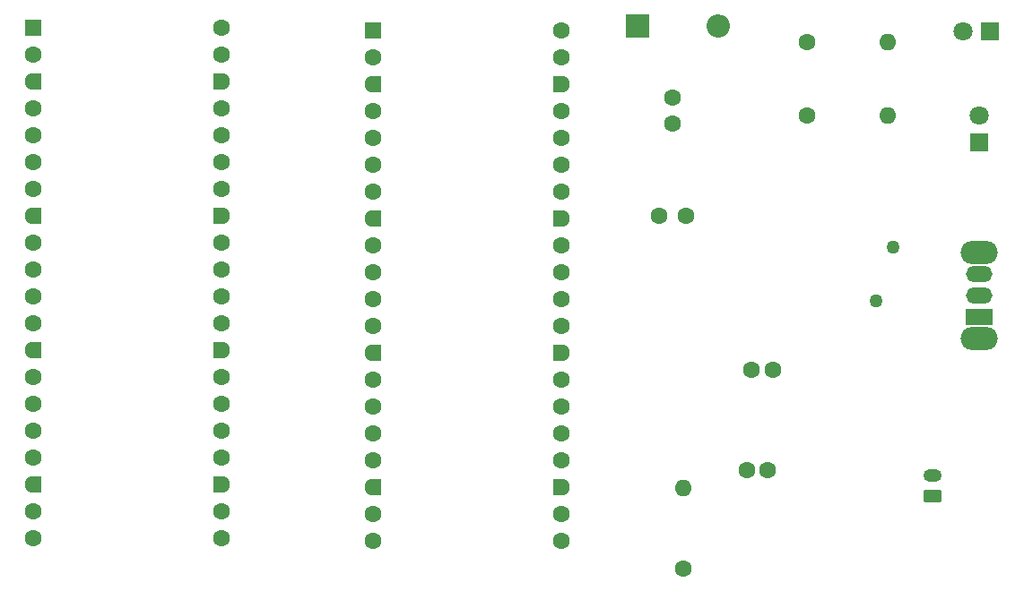
<source format=gbr>
%TF.GenerationSoftware,KiCad,Pcbnew,9.0.1*%
%TF.CreationDate,2025-08-22T15:06:58-04:00*%
%TF.ProjectId,Design_V1.0,44657369-676e-45f5-9631-2e302e6b6963,rev?*%
%TF.SameCoordinates,Original*%
%TF.FileFunction,Soldermask,Bot*%
%TF.FilePolarity,Negative*%
%FSLAX46Y46*%
G04 Gerber Fmt 4.6, Leading zero omitted, Abs format (unit mm)*
G04 Created by KiCad (PCBNEW 9.0.1) date 2025-08-22 15:06:58*
%MOMM*%
%LPD*%
G01*
G04 APERTURE LIST*
G04 Aperture macros list*
%AMRoundRect*
0 Rectangle with rounded corners*
0 $1 Rounding radius*
0 $2 $3 $4 $5 $6 $7 $8 $9 X,Y pos of 4 corners*
0 Add a 4 corners polygon primitive as box body*
4,1,4,$2,$3,$4,$5,$6,$7,$8,$9,$2,$3,0*
0 Add four circle primitives for the rounded corners*
1,1,$1+$1,$2,$3*
1,1,$1+$1,$4,$5*
1,1,$1+$1,$6,$7*
1,1,$1+$1,$8,$9*
0 Add four rect primitives between the rounded corners*
20,1,$1+$1,$2,$3,$4,$5,0*
20,1,$1+$1,$4,$5,$6,$7,0*
20,1,$1+$1,$6,$7,$8,$9,0*
20,1,$1+$1,$8,$9,$2,$3,0*%
%AMFreePoly0*
4,1,37,0.603843,0.796157,0.639018,0.796157,0.711114,0.766294,0.766294,0.711114,0.796157,0.639018,0.796157,0.603843,0.800000,0.600000,0.800000,-0.600000,0.796157,-0.603843,0.796157,-0.639018,0.766294,-0.711114,0.711114,-0.766294,0.639018,-0.796157,0.603843,-0.796157,0.600000,-0.800000,0.000000,-0.800000,0.000000,-0.796148,-0.078414,-0.796148,-0.232228,-0.765552,-0.377117,-0.705537,
-0.507515,-0.618408,-0.618408,-0.507515,-0.705537,-0.377117,-0.765552,-0.232228,-0.796148,-0.078414,-0.796148,0.078414,-0.765552,0.232228,-0.705537,0.377117,-0.618408,0.507515,-0.507515,0.618408,-0.377117,0.705537,-0.232228,0.765552,-0.078414,0.796148,0.000000,0.796148,0.000000,0.800000,0.600000,0.800000,0.603843,0.796157,0.603843,0.796157,$1*%
%AMFreePoly1*
4,1,37,0.000000,0.796148,0.078414,0.796148,0.232228,0.765552,0.377117,0.705537,0.507515,0.618408,0.618408,0.507515,0.705537,0.377117,0.765552,0.232228,0.796148,0.078414,0.796148,-0.078414,0.765552,-0.232228,0.705537,-0.377117,0.618408,-0.507515,0.507515,-0.618408,0.377117,-0.705537,0.232228,-0.765552,0.078414,-0.796148,0.000000,-0.796148,0.000000,-0.800000,-0.600000,-0.800000,
-0.603843,-0.796157,-0.639018,-0.796157,-0.711114,-0.766294,-0.766294,-0.711114,-0.796157,-0.639018,-0.796157,-0.603843,-0.800000,-0.600000,-0.800000,0.600000,-0.796157,0.603843,-0.796157,0.639018,-0.766294,0.711114,-0.711114,0.766294,-0.639018,0.796157,-0.603843,0.796157,-0.600000,0.800000,0.000000,0.800000,0.000000,0.796148,0.000000,0.796148,$1*%
G04 Aperture macros list end*
%ADD10C,1.270000*%
%ADD11RoundRect,0.250000X0.625000X-0.350000X0.625000X0.350000X-0.625000X0.350000X-0.625000X-0.350000X0*%
%ADD12O,1.750000X1.200000*%
%ADD13O,3.500000X2.200000*%
%ADD14R,2.500000X1.500000*%
%ADD15O,2.500000X1.500000*%
%ADD16C,1.600000*%
%ADD17RoundRect,0.200000X-0.600000X-0.600000X0.600000X-0.600000X0.600000X0.600000X-0.600000X0.600000X0*%
%ADD18FreePoly0,0.000000*%
%ADD19FreePoly1,0.000000*%
%ADD20R,1.800000X1.800000*%
%ADD21C,1.800000*%
%ADD22O,1.600000X1.600000*%
%ADD23R,2.200000X2.200000*%
%ADD24O,2.200000X2.200000*%
G04 APERTURE END LIST*
D10*
%TO.C,F1*%
X126300000Y-56450000D03*
X124700000Y-61550000D03*
%TD*%
D11*
%TO.C,J1*%
X130050000Y-80000000D03*
D12*
X130050000Y-78000000D03*
%TD*%
D13*
%TO.C,SW1*%
X134500000Y-65100000D03*
X134500000Y-56900000D03*
D14*
X134500000Y-63000000D03*
D15*
X134500000Y-61000000D03*
X134500000Y-59000000D03*
%TD*%
D16*
%TO.C,C3*%
X114500000Y-77500000D03*
X112500000Y-77500000D03*
%TD*%
%TO.C,C4*%
X115000000Y-68000000D03*
X113000000Y-68000000D03*
%TD*%
D17*
%TO.C,A1*%
X77220000Y-35980000D03*
D16*
X77220000Y-38520000D03*
D18*
X77220000Y-41060000D03*
D16*
X77220000Y-43600000D03*
X77220000Y-46140000D03*
X77220000Y-48680000D03*
X77220000Y-51220000D03*
D18*
X77220000Y-53760000D03*
D16*
X77220000Y-56300000D03*
X77220000Y-58840000D03*
X77220000Y-61380000D03*
X77220000Y-63920000D03*
D18*
X77220000Y-66460000D03*
D16*
X77220000Y-69000000D03*
X77220000Y-71540000D03*
X77220000Y-74080000D03*
X77220000Y-76620000D03*
D18*
X77220000Y-79160000D03*
D16*
X77220000Y-81700000D03*
X77220000Y-84240000D03*
X95000000Y-84240000D03*
X95000000Y-81700000D03*
D19*
X95000000Y-79160000D03*
D16*
X95000000Y-76620000D03*
X95000000Y-74080000D03*
X95000000Y-71540000D03*
X95000000Y-69000000D03*
D19*
X95000000Y-66460000D03*
D16*
X95000000Y-63920000D03*
X95000000Y-61380000D03*
X95000000Y-58840000D03*
X95000000Y-56300000D03*
D19*
X95000000Y-53760000D03*
D16*
X95000000Y-51220000D03*
X95000000Y-48680000D03*
X95000000Y-46140000D03*
X95000000Y-43600000D03*
D19*
X95000000Y-41060000D03*
D16*
X95000000Y-38520000D03*
X95000000Y-35980000D03*
%TD*%
D20*
%TO.C,D2*%
X135500000Y-36040000D03*
D21*
X132960000Y-36040000D03*
%TD*%
D16*
%TO.C,R1*%
X106500000Y-86810000D03*
D22*
X106500000Y-79190000D03*
%TD*%
D17*
%TO.C,A2*%
X45110000Y-35682500D03*
D16*
X45110000Y-38222500D03*
D18*
X45110000Y-40762500D03*
D16*
X45110000Y-43302500D03*
X45110000Y-45842500D03*
X45110000Y-48382500D03*
X45110000Y-50922500D03*
D18*
X45110000Y-53462500D03*
D16*
X45110000Y-56002500D03*
X45110000Y-58542500D03*
X45110000Y-61082500D03*
X45110000Y-63622500D03*
D18*
X45110000Y-66162500D03*
D16*
X45110000Y-68702500D03*
X45110000Y-71242500D03*
X45110000Y-73782500D03*
X45110000Y-76322500D03*
D18*
X45110000Y-78862500D03*
D16*
X45110000Y-81402500D03*
X45110000Y-83942500D03*
X62890000Y-83942500D03*
X62890000Y-81402500D03*
D19*
X62890000Y-78862500D03*
D16*
X62890000Y-76322500D03*
X62890000Y-73782500D03*
X62890000Y-71242500D03*
X62890000Y-68702500D03*
D19*
X62890000Y-66162500D03*
D16*
X62890000Y-63622500D03*
X62890000Y-61082500D03*
X62890000Y-58542500D03*
X62890000Y-56002500D03*
D19*
X62890000Y-53462500D03*
D16*
X62890000Y-50922500D03*
X62890000Y-48382500D03*
X62890000Y-45842500D03*
X62890000Y-43302500D03*
D19*
X62890000Y-40762500D03*
D16*
X62890000Y-38222500D03*
X62890000Y-35682500D03*
%TD*%
%TO.C,C2*%
X104250000Y-53500000D03*
X106750000Y-53500000D03*
%TD*%
%TO.C,R2*%
X118190000Y-37000000D03*
D22*
X125810000Y-37000000D03*
%TD*%
D16*
%TO.C,C1*%
X105500000Y-42250000D03*
X105500000Y-44750000D03*
%TD*%
D20*
%TO.C,D3*%
X134500000Y-46540000D03*
D21*
X134500000Y-44000000D03*
%TD*%
D16*
%TO.C,R3*%
X118190000Y-44000000D03*
D22*
X125810000Y-44000000D03*
%TD*%
D23*
%TO.C,D1*%
X102190000Y-35500000D03*
D24*
X109810000Y-35500000D03*
%TD*%
M02*

</source>
